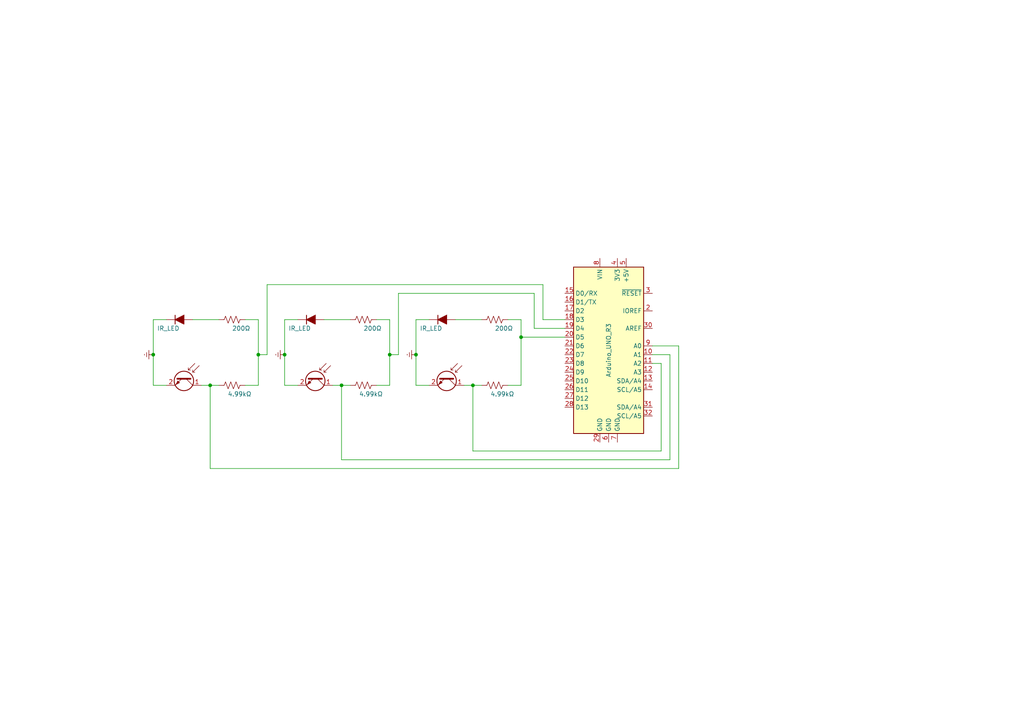
<source format=kicad_sch>
(kicad_sch (version 20230121) (generator eeschema)
  (paper "A4")
  (lib_symbols
    (symbol "Device:D_Filled" (pin_numbers hide) (pin_names (offset 1.016) hide)
      (property "Reference" "D" (at 0 2.54 0))
      (property "Value" "D_Filled" (at 0 -2.54 0))
      (symbol "D_Filled_0_1"
        (polyline (pts (xy -1.27 1.27) (xy -1.27 -1.27)) (stroke (width 0.254)))
        (polyline (pts (xy 1.27 0) (xy -1.27 0)))
        (polyline (pts (xy 1.27 1.27) (xy 1.27 -1.27) (xy -1.27 0) (xy 1.27 1.27)) (stroke (width 0.254)) (fill (type outline)))
      )
      (symbol "D_Filled_1_1"
        (pin passive line (at -3.81 0 0) (length 2.54) (name "K") (number "1"))
        (pin passive line (at 3.81 0 180) (length 2.54) (name "A") (number "2"))
      )
    )
    (symbol "Device:Q_Photo_NPN" (pin_names (offset 0) hide)
      (property "Reference" "Q" (at 5.08 1.27 0))
      (property "Value" "Q_Photo_NPN" (at 5.08 -1.27 0))
      (symbol "Q_Photo_NPN_0_1"
        (polyline (pts (xy -1.905 1.27) (xy -2.54 1.27)))
        (polyline (pts (xy -1.27 2.54) (xy -1.905 2.54)))
        (polyline (pts (xy 0.635 0.635) (xy 2.54 2.54)))
        (polyline (pts (xy -3.81 3.175) (xy -1.905 1.27) (xy -1.905 1.905)))
        (polyline (pts (xy -3.175 4.445) (xy -1.27 2.54) (xy -1.27 3.175)))
        (polyline (pts (xy 0.635 -0.635) (xy 2.54 -2.54) (xy 2.54 -2.54)))
        (polyline (pts (xy 0.635 1.905) (xy 0.635 -1.905) (xy 0.635 -1.905)) (stroke (width 0.508)))
        (polyline (pts (xy 1.27 -1.778) (xy 1.778 -1.27) (xy 2.286 -2.286) (xy 1.27 -1.778) (xy 1.27 -1.778)) (fill (type outline)))
        (circle (center 1.27 0) (radius 2.8194) (stroke (width 0.254)))
      )
      (symbol "Q_Photo_NPN_1_1"
        (pin passive line (at 2.54 5.08 270) (length 2.54) (name "C") (number "1"))
        (pin passive line (at 2.54 -5.08 90) (length 2.54) (name "E") (number "2"))
      )
    )
    (symbol "Device:R_US" (pin_numbers hide) (pin_names (offset 0))
      (property "Reference" "R" (at 2.54 0 90))
      (property "Value" "R_US" (at -2.54 0 90))
      (symbol "R_US_0_1"
        (polyline (pts (xy 0 -2.286) (xy 0 -2.54)))
        (polyline (pts (xy 0 2.286) (xy 0 2.54)))
        (polyline (pts (xy 0 -0.762) (xy 1.016 -1.143) (xy 0 -1.524) (xy -1.016 -1.905) (xy 0 -2.286)))
        (polyline (pts (xy 0 0.762) (xy 1.016 0.381) (xy 0 0) (xy -1.016 -0.381) (xy 0 -0.762)))
        (polyline (pts (xy 0 2.286) (xy 1.016 1.905) (xy 0 1.524) (xy -1.016 1.143) (xy 0 0.762)))
      )
      (symbol "R_US_1_1"
        (pin passive line (at 0 3.81 270) (length 1.27) (name "~") (number "1"))
        (pin passive line (at 0 -3.81 90) (length 1.27) (name "~") (number "2"))
      )
    )
    (symbol "MCU_Module:Arduino_UNO_R3"
      (property "Reference" "A" (at -10.16 23.495 0))
      (property "Value" "Arduino_UNO_R3" (at 5.08 -26.67 0))
      (symbol "Arduino_UNO_R3_0_1"
        (rectangle (start -10.16 22.86) (end 10.16 -25.4) (stroke (width 0.254)) (fill (type background)))
      )
      (symbol "Arduino_UNO_R3_1_1"
        (pin no_connect line (at -10.16 -20.32 0) (length 2.54) hide (name "NC") (number "1"))
        (pin bidirectional line (at 12.7 -2.54 180) (length 2.54) (name "A1") (number "10"))
        (pin bidirectional line (at 12.7 -5.08 180) (length 2.54) (name "A2") (number "11"))
        (pin bidirectional line (at 12.7 -7.62 180) (length 2.54) (name "A3") (number "12"))
        (pin bidirectional line (at 12.7 -10.16 180) (length 2.54) (name "SDA/A4") (number "13"))
        (pin bidirectional line (at 12.7 -12.7 180) (length 2.54) (name "SCL/A5") (number "14"))
        (pin bidirectional line (at -12.7 15.24 0) (length 2.54) (name "D0/RX") (number "15"))
        (pin bidirectional line (at -12.7 12.7 0) (length 2.54) (name "D1/TX") (number "16"))
        (pin bidirectional line (at -12.7 10.16 0) (length 2.54) (name "D2") (number "17"))
        (pin bidirectional line (at -12.7 7.62 0) (length 2.54) (name "D3") (number "18"))
        (pin bidirectional line (at -12.7 5.08 0) (length 2.54) (name "D4") (number "19"))
        (pin output line (at 12.7 10.16 180) (length 2.54) (name "IOREF") (number "2"))
        (pin bidirectional line (at -12.7 2.54 0) (length 2.54) (name "D5") (number "20"))
        (pin bidirectional line (at -12.7 0 0) (length 2.54) (name "D6") (number "21"))
        (pin bidirectional line (at -12.7 -2.54 0) (length 2.54) (name "D7") (number "22"))
        (pin bidirectional line (at -12.7 -5.08 0) (length 2.54) (name "D8") (number "23"))
        (pin bidirectional line (at -12.7 -7.62 0) (length 2.54) (name "D9") (number "24"))
        (pin bidirectional line (at -12.7 -10.16 0) (length 2.54) (name "D10") (number "25"))
        (pin bidirectional line (at -12.7 -12.7 0) (length 2.54) (name "D11") (number "26"))
        (pin bidirectional line (at -12.7 -15.24 0) (length 2.54) (name "D12") (number "27"))
        (pin bidirectional line (at -12.7 -17.78 0) (length 2.54) (name "D13") (number "28"))
        (pin power_in line (at -2.54 -27.94 90) (length 2.54) (name "GND") (number "29"))
        (pin input line (at 12.7 15.24 180) (length 2.54) (name "~{RESET}") (number "3"))
        (pin input line (at 12.7 5.08 180) (length 2.54) (name "AREF") (number "30"))
        (pin bidirectional line (at 12.7 -17.78 180) (length 2.54) (name "SDA/A4") (number "31"))
        (pin bidirectional line (at 12.7 -20.32 180) (length 2.54) (name "SCL/A5") (number "32"))
        (pin power_out line (at 2.54 25.4 270) (length 2.54) (name "3V3") (number "4"))
        (pin power_out line (at 5.08 25.4 270) (length 2.54) (name "+5V") (number "5"))
        (pin power_in line (at 0 -27.94 90) (length 2.54) (name "GND") (number "6"))
        (pin power_in line (at 2.54 -27.94 90) (length 2.54) (name "GND") (number "7"))
        (pin power_in line (at -2.54 25.4 270) (length 2.54) (name "VIN") (number "8"))
        (pin bidirectional line (at 12.7 0 180) (length 2.54) (name "A0") (number "9"))
      )
    )
    (symbol "power:GNDREF" (power) (pin_names (offset 0))
      (property "Value" "GNDREF" (at 0 -3.81 0))
      (symbol "GNDREF_0_1"
        (polyline (pts (xy -0.635 -1.905) (xy 0.635 -1.905)))
        (polyline (pts (xy -0.127 -2.54) (xy 0.127 -2.54)))
        (polyline (pts (xy 0 -1.27) (xy 0 0)))
        (polyline (pts (xy 1.27 -1.27) (xy -1.27 -1.27)))
      )
      (symbol "GNDREF_1_1"
        (pin power_in line (at 0 0 270) (length 0) hide (name "GNDREF") (number "1"))
      )
    )
  )
  (junction (at 151.13 97.79))
  (junction (at 113.03 102.87))
  (junction (at 44.45 102.87))
  (junction (at 82.55 102.87))
  (junction (at 74.93 102.87))
  (junction (at 120.65 102.87))
  (junction (at 99.06 111.76))
  (junction (at 60.96 111.76))
  (junction (at 137.16 111.76))
  (wire (pts (xy 137.16 111.76) (xy 134.62 111.76)))
  (wire (pts (xy 60.96 111.76) (xy 58.42 111.76)))
  (wire (pts (xy 147.32 92.71) (xy 151.13 92.71)))
  (wire (pts (xy 48.26 92.71) (xy 44.45 92.71)))
  (wire (pts (xy 63.5 92.71) (xy 55.88 92.71)))
  (wire (pts (xy 82.55 102.87) (xy 82.55 111.76)))
  (wire (pts (xy 48.26 111.76) (xy 44.45 111.76)))
  (wire (pts (xy 113.03 111.76) (xy 109.22 111.76)))
  (wire (pts (xy 191.77 130.81) (xy 191.77 105.41)))
  (wire (pts (xy 77.47 102.87) (xy 74.93 102.87)))
  (wire (pts (xy 154.94 85.09) (xy 154.94 95.25)))
  (wire (pts (xy 194.31 102.87) (xy 189.23 102.87)))
  (wire (pts (xy 113.03 102.87) (xy 115.57 102.87)))
  (wire (pts (xy 194.31 133.35) (xy 194.31 102.87)))
  (wire (pts (xy 157.48 82.55) (xy 157.48 92.71)))
  (wire (pts (xy 163.83 95.25) (xy 154.94 95.25)))
  (wire (pts (xy 77.47 82.55) (xy 157.48 82.55)))
  (wire (pts (xy 124.46 92.71) (xy 120.65 92.71)))
  (wire (pts (xy 137.16 111.76) (xy 137.16 130.81)))
  (wire (pts (xy 115.57 85.09) (xy 154.94 85.09)))
  (wire (pts (xy 191.77 105.41) (xy 189.23 105.41)))
  (wire (pts (xy 151.13 111.76) (xy 147.32 111.76)))
  (wire (pts (xy 151.13 92.71) (xy 151.13 97.79)))
  (wire (pts (xy 74.93 92.71) (xy 74.93 102.87)))
  (wire (pts (xy 60.96 135.89) (xy 196.85 135.89)))
  (wire (pts (xy 196.85 135.89) (xy 196.85 100.33)))
  (wire (pts (xy 86.36 92.71) (xy 82.55 92.71)))
  (wire (pts (xy 137.16 130.81) (xy 191.77 130.81)))
  (wire (pts (xy 77.47 102.87) (xy 77.47 82.55)))
  (wire (pts (xy 151.13 97.79) (xy 151.13 111.76)))
  (wire (pts (xy 124.46 111.76) (xy 120.65 111.76)))
  (wire (pts (xy 139.7 92.71) (xy 132.08 92.71)))
  (wire (pts (xy 99.06 133.35) (xy 194.31 133.35)))
  (wire (pts (xy 60.96 111.76) (xy 60.96 135.89)))
  (wire (pts (xy 74.93 102.87) (xy 74.93 111.76)))
  (wire (pts (xy 163.83 92.71) (xy 157.48 92.71)))
  (wire (pts (xy 82.55 92.71) (xy 82.55 102.87)))
  (wire (pts (xy 113.03 92.71) (xy 113.03 102.87)))
  (wire (pts (xy 101.6 111.76) (xy 99.06 111.76)))
  (wire (pts (xy 139.7 111.76) (xy 137.16 111.76)))
  (wire (pts (xy 113.03 102.87) (xy 113.03 111.76)))
  (wire (pts (xy 71.12 92.71) (xy 74.93 92.71)))
  (wire (pts (xy 151.13 97.79) (xy 163.83 97.79)))
  (wire (pts (xy 86.36 111.76) (xy 82.55 111.76)))
  (wire (pts (xy 115.57 102.87) (xy 115.57 85.09)))
  (wire (pts (xy 120.65 102.87) (xy 120.65 111.76)))
  (wire (pts (xy 63.5 111.76) (xy 60.96 111.76)))
  (wire (pts (xy 196.85 100.33) (xy 189.23 100.33)))
  (wire (pts (xy 109.22 92.71) (xy 113.03 92.71)))
  (wire (pts (xy 44.45 102.87) (xy 44.45 111.76)))
  (wire (pts (xy 101.6 92.71) (xy 93.98 92.71)))
  (wire (pts (xy 74.93 111.76) (xy 71.12 111.76)))
  (wire (pts (xy 44.45 92.71) (xy 44.45 102.87)))
  (wire (pts (xy 99.06 111.76) (xy 96.52 111.76)))
  (wire (pts (xy 120.65 92.71) (xy 120.65 102.87)))
  (wire (pts (xy 99.06 111.76) (xy 99.06 133.35)))
  (symbol (lib_id "Device:R_US") (at 67.31 111.76 270) (unit 1)
    (property "Reference" "R_s2" (effects hide))
    (property "Value" "4.99kΩ" (at 66.04 114.3 90) (effects (justify left)))
  )
  (symbol (lib_id "Device:Q_Photo_NPN") (at 53.34 109.22 270) (unit 1)
    (property "Reference" "Q3" (effects hide))
    (property "Value" "Q_Photo_NPN" (effects hide))
  )
  (symbol (lib_id "Device:R_US") (at 105.41 111.76 270) (unit 1)
    (property "Reference" "R_s1" (effects hide))
    (property "Value" "4.99kΩ" (at 104.14 114.3 90) (effects (justify left)))
  )
  (symbol (lib_id "Device:D_Filled") (at 52.07 92.71 0) (unit 1)
    (property "Reference" "D3" (effects hide))
    (property "Value" "IR_LED" (at 52.07 95.25 0) (effects (justify right)))
    (property "Sim.Device" "D" (effects hide))
    (property "Sim.Pins" "1=K 2=A" (effects hide))
  )
  (symbol (lib_id "Device:R_US") (at 67.31 92.71 270) (unit 1)
    (property "Reference" "R3" (effects hide))
    (property "Value" "200Ω" (at 67.31 95.25 90) (effects (justify left)))
  )
  (symbol (lib_id "MCU_Module:Arduino_UNO_R3") (at 176.53 100.33 0) (unit 1)
    (property "Reference" "A1" (effects hide))
    (property "Value" "Arduino_UNO_R3" (at 176.53 101.6 90))
    (property "Footprint" "Module:Arduino_UNO_R3" (effects hide))
    (property "Datasheet" "https://www.arduino.cc/en/Main/arduinoBoardUno" (effects hide))
  )
  (symbol (lib_id "Device:Q_Photo_NPN") (at 91.44 109.22 270) (unit 1)
    (property "Reference" "Q2" (effects hide))
    (property "Value" "Q_Photo_NPN" (effects hide))
  )
  (symbol (lib_id "Device:D_Filled") (at 90.17 92.71 0) (unit 1)
    (property "Reference" "D2" (effects hide))
    (property "Value" "IR_LED" (at 90.17 95.25 0) (effects (justify right)))
    (property "Sim.Device" "D" (effects hide))
    (property "Sim.Pins" "1=K 2=A" (effects hide))
  )
  (symbol (lib_id "Device:R_US") (at 143.51 111.76 270) (unit 1)
    (property "Reference" "R_s" (effects hide))
    (property "Value" "4.99kΩ" (at 142.24 114.3 90) (effects (justify left)))
  )
  (symbol (lib_id "Device:R_US") (at 105.41 92.71 270) (unit 1)
    (property "Reference" "R2" (effects hide))
    (property "Value" "200Ω" (at 105.41 95.25 90) (effects (justify left)))
  )
  (symbol (lib_id "power:GNDREF") (at 120.65 102.87 270) (unit 1)
    (property "Reference" "#PWR01" (effects hide))
    (property "Value" "GNDREF" (effects hide))
  )
  (symbol (lib_id "Device:R_US") (at 143.51 92.71 270) (unit 1)
    (property "Reference" "R1" (effects hide))
    (property "Value" "200Ω" (at 143.51 95.25 90) (effects (justify left)))
  )
  (symbol (lib_id "Device:Q_Photo_NPN") (at 129.54 109.22 270) (unit 1)
    (property "Reference" "Q1" (effects hide))
    (property "Value" "Q_Photo_NPN" (effects hide))
  )
  (symbol (lib_id "Device:D_Filled") (at 128.27 92.71 0) (unit 1)
    (property "Reference" "D1" (effects hide))
    (property "Value" "IR_LED" (at 128.27 95.25 0) (effects (justify right)))
    (property "Sim.Device" "D" (effects hide))
    (property "Sim.Pins" "1=K 2=A" (effects hide))
  )
  (symbol (lib_id "power:GNDREF") (at 44.45 102.87 270) (unit 1)
    (property "Reference" "#PWR03" (effects hide))
    (property "Value" "GNDREF" (effects hide))
  )
  (symbol (lib_id "power:GNDREF") (at 82.55 102.87 270) (unit 1)
    (property "Reference" "#PWR02" (effects hide))
    (property "Value" "GNDREF" (effects hide))
  )
)
</source>
